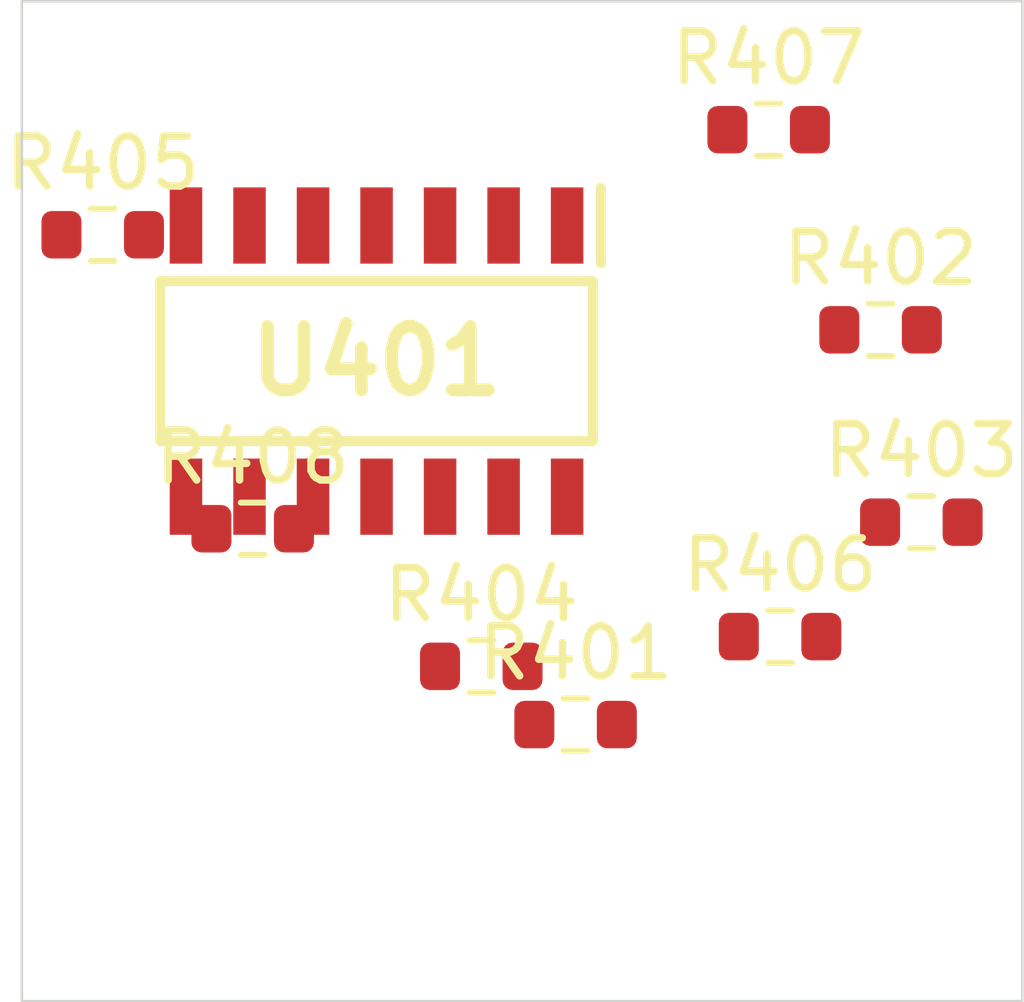
<source format=kicad_pcb>
 ( kicad_pcb  ( version 20171130 )
 ( host pcbnew 5.1.12-84ad8e8a86~92~ubuntu18.04.1 )
 ( general  ( thickness 1.6 )
 ( drawings 4 )
 ( tracks 0 )
 ( zones 0 )
 ( modules 9 )
 ( nets 14 )
)
 ( page A4 )
 ( layers  ( 0 F.Cu signal )
 ( 31 B.Cu signal )
 ( 32 B.Adhes user )
 ( 33 F.Adhes user )
 ( 34 B.Paste user )
 ( 35 F.Paste user )
 ( 36 B.SilkS user )
 ( 37 F.SilkS user )
 ( 38 B.Mask user )
 ( 39 F.Mask user )
 ( 40 Dwgs.User user )
 ( 41 Cmts.User user )
 ( 42 Eco1.User user )
 ( 43 Eco2.User user )
 ( 44 Edge.Cuts user )
 ( 45 Margin user )
 ( 46 B.CrtYd user )
 ( 47 F.CrtYd user )
 ( 48 B.Fab user )
 ( 49 F.Fab user )
)
 ( setup  ( last_trace_width 0.25 )
 ( trace_clearance 0.2 )
 ( zone_clearance 0.508 )
 ( zone_45_only no )
 ( trace_min 0.2 )
 ( via_size 0.8 )
 ( via_drill 0.4 )
 ( via_min_size 0.4 )
 ( via_min_drill 0.3 )
 ( uvia_size 0.3 )
 ( uvia_drill 0.1 )
 ( uvias_allowed no )
 ( uvia_min_size 0.2 )
 ( uvia_min_drill 0.1 )
 ( edge_width 0.05 )
 ( segment_width 0.2 )
 ( pcb_text_width 0.3 )
 ( pcb_text_size 1.5 1.5 )
 ( mod_edge_width 0.12 )
 ( mod_text_size 1 1 )
 ( mod_text_width 0.15 )
 ( pad_size 1.524 1.524 )
 ( pad_drill 0.762 )
 ( pad_to_mask_clearance 0 )
 ( aux_axis_origin 0 0 )
 ( visible_elements FFFFFF7F )
 ( pcbplotparams  ( layerselection 0x010fc_ffffffff )
 ( usegerberextensions false )
 ( usegerberattributes true )
 ( usegerberadvancedattributes true )
 ( creategerberjobfile true )
 ( excludeedgelayer true )
 ( linewidth 0.100000 )
 ( plotframeref false )
 ( viasonmask false )
 ( mode 1 )
 ( useauxorigin false )
 ( hpglpennumber 1 )
 ( hpglpenspeed 20 )
 ( hpglpendiameter 15.000000 )
 ( psnegative false )
 ( psa4output false )
 ( plotreference true )
 ( plotvalue true )
 ( plotinvisibletext false )
 ( padsonsilk false )
 ( subtractmaskfromsilk false )
 ( outputformat 1 )
 ( mirror false )
 ( drillshape 1 )
 ( scaleselection 1 )
 ( outputdirectory "" )
)
)
 ( net 0 "" )
 ( net 1 /Sheet6235D886/vp )
 ( net 2 /Sheet6248AD22/chn0 )
 ( net 3 /Sheet6248AD22/chn1 )
 ( net 4 /Sheet6248AD22/chn2 )
 ( net 5 /Sheet6248AD22/chn3 )
 ( net 6 "Net-(R401-Pad2)" )
 ( net 7 "Net-(R402-Pad2)" )
 ( net 8 "Net-(R403-Pad2)" )
 ( net 9 "Net-(R404-Pad2)" )
 ( net 10 /Sheet6248AD22/chn0_n )
 ( net 11 /Sheet6248AD22/chn1_n )
 ( net 12 /Sheet6248AD22/chn2_n )
 ( net 13 /Sheet6248AD22/chn3_n )
 ( net_class Default "This is the default net class."  ( clearance 0.2 )
 ( trace_width 0.25 )
 ( via_dia 0.8 )
 ( via_drill 0.4 )
 ( uvia_dia 0.3 )
 ( uvia_drill 0.1 )
 ( add_net /Sheet6235D886/vp )
 ( add_net /Sheet6248AD22/chn0 )
 ( add_net /Sheet6248AD22/chn0_n )
 ( add_net /Sheet6248AD22/chn1 )
 ( add_net /Sheet6248AD22/chn1_n )
 ( add_net /Sheet6248AD22/chn2 )
 ( add_net /Sheet6248AD22/chn2_n )
 ( add_net /Sheet6248AD22/chn3 )
 ( add_net /Sheet6248AD22/chn3_n )
 ( add_net "Net-(R401-Pad2)" )
 ( add_net "Net-(R402-Pad2)" )
 ( add_net "Net-(R403-Pad2)" )
 ( add_net "Net-(R404-Pad2)" )
)
 ( module Resistor_SMD:R_0603_1608Metric  ( layer F.Cu )
 ( tedit 5F68FEEE )
 ( tstamp 623425C8 )
 ( at 91.070000 114.468000 )
 ( descr "Resistor SMD 0603 (1608 Metric), square (rectangular) end terminal, IPC_7351 nominal, (Body size source: IPC-SM-782 page 72, https://www.pcb-3d.com/wordpress/wp-content/uploads/ipc-sm-782a_amendment_1_and_2.pdf), generated with kicad-footprint-generator" )
 ( tags resistor )
 ( path /6248AD23/6249ADFD )
 ( attr smd )
 ( fp_text reference R401  ( at 0 -1.43 )
 ( layer F.SilkS )
 ( effects  ( font  ( size 1 1 )
 ( thickness 0.15 )
)
)
)
 ( fp_text value 10M  ( at 0 1.43 )
 ( layer F.Fab )
 ( effects  ( font  ( size 1 1 )
 ( thickness 0.15 )
)
)
)
 ( fp_line  ( start -0.8 0.4125 )
 ( end -0.8 -0.4125 )
 ( layer F.Fab )
 ( width 0.1 )
)
 ( fp_line  ( start -0.8 -0.4125 )
 ( end 0.8 -0.4125 )
 ( layer F.Fab )
 ( width 0.1 )
)
 ( fp_line  ( start 0.8 -0.4125 )
 ( end 0.8 0.4125 )
 ( layer F.Fab )
 ( width 0.1 )
)
 ( fp_line  ( start 0.8 0.4125 )
 ( end -0.8 0.4125 )
 ( layer F.Fab )
 ( width 0.1 )
)
 ( fp_line  ( start -0.237258 -0.5225 )
 ( end 0.237258 -0.5225 )
 ( layer F.SilkS )
 ( width 0.12 )
)
 ( fp_line  ( start -0.237258 0.5225 )
 ( end 0.237258 0.5225 )
 ( layer F.SilkS )
 ( width 0.12 )
)
 ( fp_line  ( start -1.48 0.73 )
 ( end -1.48 -0.73 )
 ( layer F.CrtYd )
 ( width 0.05 )
)
 ( fp_line  ( start -1.48 -0.73 )
 ( end 1.48 -0.73 )
 ( layer F.CrtYd )
 ( width 0.05 )
)
 ( fp_line  ( start 1.48 -0.73 )
 ( end 1.48 0.73 )
 ( layer F.CrtYd )
 ( width 0.05 )
)
 ( fp_line  ( start 1.48 0.73 )
 ( end -1.48 0.73 )
 ( layer F.CrtYd )
 ( width 0.05 )
)
 ( fp_text user %R  ( at 0 0 )
 ( layer F.Fab )
 ( effects  ( font  ( size 0.4 0.4 )
 ( thickness 0.06 )
)
)
)
 ( pad 2 smd roundrect  ( at 0.825 0 )
 ( size 0.8 0.95 )
 ( layers F.Cu F.Mask F.Paste )
 ( roundrect_rratio 0.25 )
 ( net 6 "Net-(R401-Pad2)" )
)
 ( pad 1 smd roundrect  ( at -0.825 0 )
 ( size 0.8 0.95 )
 ( layers F.Cu F.Mask F.Paste )
 ( roundrect_rratio 0.25 )
 ( net 10 /Sheet6248AD22/chn0_n )
)
 ( model ${KISYS3DMOD}/Resistor_SMD.3dshapes/R_0603_1608Metric.wrl  ( at  ( xyz 0 0 0 )
)
 ( scale  ( xyz 1 1 1 )
)
 ( rotate  ( xyz 0 0 0 )
)
)
)
 ( module Resistor_SMD:R_0603_1608Metric  ( layer F.Cu )
 ( tedit 5F68FEEE )
 ( tstamp 623425D9 )
 ( at 97.168000 106.572000 )
 ( descr "Resistor SMD 0603 (1608 Metric), square (rectangular) end terminal, IPC_7351 nominal, (Body size source: IPC-SM-782 page 72, https://www.pcb-3d.com/wordpress/wp-content/uploads/ipc-sm-782a_amendment_1_and_2.pdf), generated with kicad-footprint-generator" )
 ( tags resistor )
 ( path /6248AD23/6249B75E )
 ( attr smd )
 ( fp_text reference R402  ( at 0 -1.43 )
 ( layer F.SilkS )
 ( effects  ( font  ( size 1 1 )
 ( thickness 0.15 )
)
)
)
 ( fp_text value 10M  ( at 0 1.43 )
 ( layer F.Fab )
 ( effects  ( font  ( size 1 1 )
 ( thickness 0.15 )
)
)
)
 ( fp_line  ( start 1.48 0.73 )
 ( end -1.48 0.73 )
 ( layer F.CrtYd )
 ( width 0.05 )
)
 ( fp_line  ( start 1.48 -0.73 )
 ( end 1.48 0.73 )
 ( layer F.CrtYd )
 ( width 0.05 )
)
 ( fp_line  ( start -1.48 -0.73 )
 ( end 1.48 -0.73 )
 ( layer F.CrtYd )
 ( width 0.05 )
)
 ( fp_line  ( start -1.48 0.73 )
 ( end -1.48 -0.73 )
 ( layer F.CrtYd )
 ( width 0.05 )
)
 ( fp_line  ( start -0.237258 0.5225 )
 ( end 0.237258 0.5225 )
 ( layer F.SilkS )
 ( width 0.12 )
)
 ( fp_line  ( start -0.237258 -0.5225 )
 ( end 0.237258 -0.5225 )
 ( layer F.SilkS )
 ( width 0.12 )
)
 ( fp_line  ( start 0.8 0.4125 )
 ( end -0.8 0.4125 )
 ( layer F.Fab )
 ( width 0.1 )
)
 ( fp_line  ( start 0.8 -0.4125 )
 ( end 0.8 0.4125 )
 ( layer F.Fab )
 ( width 0.1 )
)
 ( fp_line  ( start -0.8 -0.4125 )
 ( end 0.8 -0.4125 )
 ( layer F.Fab )
 ( width 0.1 )
)
 ( fp_line  ( start -0.8 0.4125 )
 ( end -0.8 -0.4125 )
 ( layer F.Fab )
 ( width 0.1 )
)
 ( fp_text user %R  ( at 0 0 )
 ( layer F.Fab )
 ( effects  ( font  ( size 0.4 0.4 )
 ( thickness 0.06 )
)
)
)
 ( pad 1 smd roundrect  ( at -0.825 0 )
 ( size 0.8 0.95 )
 ( layers F.Cu F.Mask F.Paste )
 ( roundrect_rratio 0.25 )
 ( net 11 /Sheet6248AD22/chn1_n )
)
 ( pad 2 smd roundrect  ( at 0.825 0 )
 ( size 0.8 0.95 )
 ( layers F.Cu F.Mask F.Paste )
 ( roundrect_rratio 0.25 )
 ( net 7 "Net-(R402-Pad2)" )
)
 ( model ${KISYS3DMOD}/Resistor_SMD.3dshapes/R_0603_1608Metric.wrl  ( at  ( xyz 0 0 0 )
)
 ( scale  ( xyz 1 1 1 )
)
 ( rotate  ( xyz 0 0 0 )
)
)
)
 ( module Resistor_SMD:R_0603_1608Metric  ( layer F.Cu )
 ( tedit 5F68FEEE )
 ( tstamp 623425EA )
 ( at 97.982900 110.420000 )
 ( descr "Resistor SMD 0603 (1608 Metric), square (rectangular) end terminal, IPC_7351 nominal, (Body size source: IPC-SM-782 page 72, https://www.pcb-3d.com/wordpress/wp-content/uploads/ipc-sm-782a_amendment_1_and_2.pdf), generated with kicad-footprint-generator" )
 ( tags resistor )
 ( path /6248AD23/6249FB7A )
 ( attr smd )
 ( fp_text reference R403  ( at 0 -1.43 )
 ( layer F.SilkS )
 ( effects  ( font  ( size 1 1 )
 ( thickness 0.15 )
)
)
)
 ( fp_text value 10M  ( at 0 1.43 )
 ( layer F.Fab )
 ( effects  ( font  ( size 1 1 )
 ( thickness 0.15 )
)
)
)
 ( fp_line  ( start 1.48 0.73 )
 ( end -1.48 0.73 )
 ( layer F.CrtYd )
 ( width 0.05 )
)
 ( fp_line  ( start 1.48 -0.73 )
 ( end 1.48 0.73 )
 ( layer F.CrtYd )
 ( width 0.05 )
)
 ( fp_line  ( start -1.48 -0.73 )
 ( end 1.48 -0.73 )
 ( layer F.CrtYd )
 ( width 0.05 )
)
 ( fp_line  ( start -1.48 0.73 )
 ( end -1.48 -0.73 )
 ( layer F.CrtYd )
 ( width 0.05 )
)
 ( fp_line  ( start -0.237258 0.5225 )
 ( end 0.237258 0.5225 )
 ( layer F.SilkS )
 ( width 0.12 )
)
 ( fp_line  ( start -0.237258 -0.5225 )
 ( end 0.237258 -0.5225 )
 ( layer F.SilkS )
 ( width 0.12 )
)
 ( fp_line  ( start 0.8 0.4125 )
 ( end -0.8 0.4125 )
 ( layer F.Fab )
 ( width 0.1 )
)
 ( fp_line  ( start 0.8 -0.4125 )
 ( end 0.8 0.4125 )
 ( layer F.Fab )
 ( width 0.1 )
)
 ( fp_line  ( start -0.8 -0.4125 )
 ( end 0.8 -0.4125 )
 ( layer F.Fab )
 ( width 0.1 )
)
 ( fp_line  ( start -0.8 0.4125 )
 ( end -0.8 -0.4125 )
 ( layer F.Fab )
 ( width 0.1 )
)
 ( fp_text user %R  ( at 0 0 )
 ( layer F.Fab )
 ( effects  ( font  ( size 0.4 0.4 )
 ( thickness 0.06 )
)
)
)
 ( pad 1 smd roundrect  ( at -0.825 0 )
 ( size 0.8 0.95 )
 ( layers F.Cu F.Mask F.Paste )
 ( roundrect_rratio 0.25 )
 ( net 12 /Sheet6248AD22/chn2_n )
)
 ( pad 2 smd roundrect  ( at 0.825 0 )
 ( size 0.8 0.95 )
 ( layers F.Cu F.Mask F.Paste )
 ( roundrect_rratio 0.25 )
 ( net 8 "Net-(R403-Pad2)" )
)
 ( model ${KISYS3DMOD}/Resistor_SMD.3dshapes/R_0603_1608Metric.wrl  ( at  ( xyz 0 0 0 )
)
 ( scale  ( xyz 1 1 1 )
)
 ( rotate  ( xyz 0 0 0 )
)
)
)
 ( module Resistor_SMD:R_0603_1608Metric  ( layer F.Cu )
 ( tedit 5F68FEEE )
 ( tstamp 623425FB )
 ( at 89.184900 113.303000 )
 ( descr "Resistor SMD 0603 (1608 Metric), square (rectangular) end terminal, IPC_7351 nominal, (Body size source: IPC-SM-782 page 72, https://www.pcb-3d.com/wordpress/wp-content/uploads/ipc-sm-782a_amendment_1_and_2.pdf), generated with kicad-footprint-generator" )
 ( tags resistor )
 ( path /6248AD23/6249FB74 )
 ( attr smd )
 ( fp_text reference R404  ( at 0 -1.43 )
 ( layer F.SilkS )
 ( effects  ( font  ( size 1 1 )
 ( thickness 0.15 )
)
)
)
 ( fp_text value 10M  ( at 0 1.43 )
 ( layer F.Fab )
 ( effects  ( font  ( size 1 1 )
 ( thickness 0.15 )
)
)
)
 ( fp_line  ( start -0.8 0.4125 )
 ( end -0.8 -0.4125 )
 ( layer F.Fab )
 ( width 0.1 )
)
 ( fp_line  ( start -0.8 -0.4125 )
 ( end 0.8 -0.4125 )
 ( layer F.Fab )
 ( width 0.1 )
)
 ( fp_line  ( start 0.8 -0.4125 )
 ( end 0.8 0.4125 )
 ( layer F.Fab )
 ( width 0.1 )
)
 ( fp_line  ( start 0.8 0.4125 )
 ( end -0.8 0.4125 )
 ( layer F.Fab )
 ( width 0.1 )
)
 ( fp_line  ( start -0.237258 -0.5225 )
 ( end 0.237258 -0.5225 )
 ( layer F.SilkS )
 ( width 0.12 )
)
 ( fp_line  ( start -0.237258 0.5225 )
 ( end 0.237258 0.5225 )
 ( layer F.SilkS )
 ( width 0.12 )
)
 ( fp_line  ( start -1.48 0.73 )
 ( end -1.48 -0.73 )
 ( layer F.CrtYd )
 ( width 0.05 )
)
 ( fp_line  ( start -1.48 -0.73 )
 ( end 1.48 -0.73 )
 ( layer F.CrtYd )
 ( width 0.05 )
)
 ( fp_line  ( start 1.48 -0.73 )
 ( end 1.48 0.73 )
 ( layer F.CrtYd )
 ( width 0.05 )
)
 ( fp_line  ( start 1.48 0.73 )
 ( end -1.48 0.73 )
 ( layer F.CrtYd )
 ( width 0.05 )
)
 ( fp_text user %R  ( at 0 0 )
 ( layer F.Fab )
 ( effects  ( font  ( size 0.4 0.4 )
 ( thickness 0.06 )
)
)
)
 ( pad 2 smd roundrect  ( at 0.825 0 )
 ( size 0.8 0.95 )
 ( layers F.Cu F.Mask F.Paste )
 ( roundrect_rratio 0.25 )
 ( net 9 "Net-(R404-Pad2)" )
)
 ( pad 1 smd roundrect  ( at -0.825 0 )
 ( size 0.8 0.95 )
 ( layers F.Cu F.Mask F.Paste )
 ( roundrect_rratio 0.25 )
 ( net 13 /Sheet6248AD22/chn3_n )
)
 ( model ${KISYS3DMOD}/Resistor_SMD.3dshapes/R_0603_1608Metric.wrl  ( at  ( xyz 0 0 0 )
)
 ( scale  ( xyz 1 1 1 )
)
 ( rotate  ( xyz 0 0 0 )
)
)
)
 ( module Resistor_SMD:R_0603_1608Metric  ( layer F.Cu )
 ( tedit 5F68FEEE )
 ( tstamp 6234260C )
 ( at 81.616200 104.671000 )
 ( descr "Resistor SMD 0603 (1608 Metric), square (rectangular) end terminal, IPC_7351 nominal, (Body size source: IPC-SM-782 page 72, https://www.pcb-3d.com/wordpress/wp-content/uploads/ipc-sm-782a_amendment_1_and_2.pdf), generated with kicad-footprint-generator" )
 ( tags resistor )
 ( path /6248AD23/62497F62 )
 ( attr smd )
 ( fp_text reference R405  ( at 0 -1.43 )
 ( layer F.SilkS )
 ( effects  ( font  ( size 1 1 )
 ( thickness 0.15 )
)
)
)
 ( fp_text value 750k  ( at 0 1.43 )
 ( layer F.Fab )
 ( effects  ( font  ( size 1 1 )
 ( thickness 0.15 )
)
)
)
 ( fp_line  ( start -0.8 0.4125 )
 ( end -0.8 -0.4125 )
 ( layer F.Fab )
 ( width 0.1 )
)
 ( fp_line  ( start -0.8 -0.4125 )
 ( end 0.8 -0.4125 )
 ( layer F.Fab )
 ( width 0.1 )
)
 ( fp_line  ( start 0.8 -0.4125 )
 ( end 0.8 0.4125 )
 ( layer F.Fab )
 ( width 0.1 )
)
 ( fp_line  ( start 0.8 0.4125 )
 ( end -0.8 0.4125 )
 ( layer F.Fab )
 ( width 0.1 )
)
 ( fp_line  ( start -0.237258 -0.5225 )
 ( end 0.237258 -0.5225 )
 ( layer F.SilkS )
 ( width 0.12 )
)
 ( fp_line  ( start -0.237258 0.5225 )
 ( end 0.237258 0.5225 )
 ( layer F.SilkS )
 ( width 0.12 )
)
 ( fp_line  ( start -1.48 0.73 )
 ( end -1.48 -0.73 )
 ( layer F.CrtYd )
 ( width 0.05 )
)
 ( fp_line  ( start -1.48 -0.73 )
 ( end 1.48 -0.73 )
 ( layer F.CrtYd )
 ( width 0.05 )
)
 ( fp_line  ( start 1.48 -0.73 )
 ( end 1.48 0.73 )
 ( layer F.CrtYd )
 ( width 0.05 )
)
 ( fp_line  ( start 1.48 0.73 )
 ( end -1.48 0.73 )
 ( layer F.CrtYd )
 ( width 0.05 )
)
 ( fp_text user %R  ( at 0 0 )
 ( layer F.Fab )
 ( effects  ( font  ( size 0.4 0.4 )
 ( thickness 0.06 )
)
)
)
 ( pad 2 smd roundrect  ( at 0.825 0 )
 ( size 0.8 0.95 )
 ( layers F.Cu F.Mask F.Paste )
 ( roundrect_rratio 0.25 )
 ( net 6 "Net-(R401-Pad2)" )
)
 ( pad 1 smd roundrect  ( at -0.825 0 )
 ( size 0.8 0.95 )
 ( layers F.Cu F.Mask F.Paste )
 ( roundrect_rratio 0.25 )
 ( net 1 /Sheet6235D886/vp )
)
 ( model ${KISYS3DMOD}/Resistor_SMD.3dshapes/R_0603_1608Metric.wrl  ( at  ( xyz 0 0 0 )
)
 ( scale  ( xyz 1 1 1 )
)
 ( rotate  ( xyz 0 0 0 )
)
)
)
 ( module Resistor_SMD:R_0603_1608Metric  ( layer F.Cu )
 ( tedit 5F68FEEE )
 ( tstamp 6234261D )
 ( at 95.158400 112.709000 )
 ( descr "Resistor SMD 0603 (1608 Metric), square (rectangular) end terminal, IPC_7351 nominal, (Body size source: IPC-SM-782 page 72, https://www.pcb-3d.com/wordpress/wp-content/uploads/ipc-sm-782a_amendment_1_and_2.pdf), generated with kicad-footprint-generator" )
 ( tags resistor )
 ( path /6248AD23/62499098 )
 ( attr smd )
 ( fp_text reference R406  ( at 0 -1.43 )
 ( layer F.SilkS )
 ( effects  ( font  ( size 1 1 )
 ( thickness 0.15 )
)
)
)
 ( fp_text value 750k  ( at 0 1.43 )
 ( layer F.Fab )
 ( effects  ( font  ( size 1 1 )
 ( thickness 0.15 )
)
)
)
 ( fp_line  ( start 1.48 0.73 )
 ( end -1.48 0.73 )
 ( layer F.CrtYd )
 ( width 0.05 )
)
 ( fp_line  ( start 1.48 -0.73 )
 ( end 1.48 0.73 )
 ( layer F.CrtYd )
 ( width 0.05 )
)
 ( fp_line  ( start -1.48 -0.73 )
 ( end 1.48 -0.73 )
 ( layer F.CrtYd )
 ( width 0.05 )
)
 ( fp_line  ( start -1.48 0.73 )
 ( end -1.48 -0.73 )
 ( layer F.CrtYd )
 ( width 0.05 )
)
 ( fp_line  ( start -0.237258 0.5225 )
 ( end 0.237258 0.5225 )
 ( layer F.SilkS )
 ( width 0.12 )
)
 ( fp_line  ( start -0.237258 -0.5225 )
 ( end 0.237258 -0.5225 )
 ( layer F.SilkS )
 ( width 0.12 )
)
 ( fp_line  ( start 0.8 0.4125 )
 ( end -0.8 0.4125 )
 ( layer F.Fab )
 ( width 0.1 )
)
 ( fp_line  ( start 0.8 -0.4125 )
 ( end 0.8 0.4125 )
 ( layer F.Fab )
 ( width 0.1 )
)
 ( fp_line  ( start -0.8 -0.4125 )
 ( end 0.8 -0.4125 )
 ( layer F.Fab )
 ( width 0.1 )
)
 ( fp_line  ( start -0.8 0.4125 )
 ( end -0.8 -0.4125 )
 ( layer F.Fab )
 ( width 0.1 )
)
 ( fp_text user %R  ( at 0 0 )
 ( layer F.Fab )
 ( effects  ( font  ( size 0.4 0.4 )
 ( thickness 0.06 )
)
)
)
 ( pad 1 smd roundrect  ( at -0.825 0 )
 ( size 0.8 0.95 )
 ( layers F.Cu F.Mask F.Paste )
 ( roundrect_rratio 0.25 )
 ( net 1 /Sheet6235D886/vp )
)
 ( pad 2 smd roundrect  ( at 0.825 0 )
 ( size 0.8 0.95 )
 ( layers F.Cu F.Mask F.Paste )
 ( roundrect_rratio 0.25 )
 ( net 7 "Net-(R402-Pad2)" )
)
 ( model ${KISYS3DMOD}/Resistor_SMD.3dshapes/R_0603_1608Metric.wrl  ( at  ( xyz 0 0 0 )
)
 ( scale  ( xyz 1 1 1 )
)
 ( rotate  ( xyz 0 0 0 )
)
)
)
 ( module Resistor_SMD:R_0603_1608Metric  ( layer F.Cu )
 ( tedit 5F68FEEE )
 ( tstamp 6234262E )
 ( at 94.930400 102.569000 )
 ( descr "Resistor SMD 0603 (1608 Metric), square (rectangular) end terminal, IPC_7351 nominal, (Body size source: IPC-SM-782 page 72, https://www.pcb-3d.com/wordpress/wp-content/uploads/ipc-sm-782a_amendment_1_and_2.pdf), generated with kicad-footprint-generator" )
 ( tags resistor )
 ( path /6248AD23/624A0FFB )
 ( attr smd )
 ( fp_text reference R407  ( at 0 -1.43 )
 ( layer F.SilkS )
 ( effects  ( font  ( size 1 1 )
 ( thickness 0.15 )
)
)
)
 ( fp_text value 1.5M  ( at 0 1.43 )
 ( layer F.Fab )
 ( effects  ( font  ( size 1 1 )
 ( thickness 0.15 )
)
)
)
 ( fp_line  ( start 1.48 0.73 )
 ( end -1.48 0.73 )
 ( layer F.CrtYd )
 ( width 0.05 )
)
 ( fp_line  ( start 1.48 -0.73 )
 ( end 1.48 0.73 )
 ( layer F.CrtYd )
 ( width 0.05 )
)
 ( fp_line  ( start -1.48 -0.73 )
 ( end 1.48 -0.73 )
 ( layer F.CrtYd )
 ( width 0.05 )
)
 ( fp_line  ( start -1.48 0.73 )
 ( end -1.48 -0.73 )
 ( layer F.CrtYd )
 ( width 0.05 )
)
 ( fp_line  ( start -0.237258 0.5225 )
 ( end 0.237258 0.5225 )
 ( layer F.SilkS )
 ( width 0.12 )
)
 ( fp_line  ( start -0.237258 -0.5225 )
 ( end 0.237258 -0.5225 )
 ( layer F.SilkS )
 ( width 0.12 )
)
 ( fp_line  ( start 0.8 0.4125 )
 ( end -0.8 0.4125 )
 ( layer F.Fab )
 ( width 0.1 )
)
 ( fp_line  ( start 0.8 -0.4125 )
 ( end 0.8 0.4125 )
 ( layer F.Fab )
 ( width 0.1 )
)
 ( fp_line  ( start -0.8 -0.4125 )
 ( end 0.8 -0.4125 )
 ( layer F.Fab )
 ( width 0.1 )
)
 ( fp_line  ( start -0.8 0.4125 )
 ( end -0.8 -0.4125 )
 ( layer F.Fab )
 ( width 0.1 )
)
 ( fp_text user %R  ( at 0 0 )
 ( layer F.Fab )
 ( effects  ( font  ( size 0.4 0.4 )
 ( thickness 0.06 )
)
)
)
 ( pad 1 smd roundrect  ( at -0.825 0 )
 ( size 0.8 0.95 )
 ( layers F.Cu F.Mask F.Paste )
 ( roundrect_rratio 0.25 )
 ( net 1 /Sheet6235D886/vp )
)
 ( pad 2 smd roundrect  ( at 0.825 0 )
 ( size 0.8 0.95 )
 ( layers F.Cu F.Mask F.Paste )
 ( roundrect_rratio 0.25 )
 ( net 8 "Net-(R403-Pad2)" )
)
 ( model ${KISYS3DMOD}/Resistor_SMD.3dshapes/R_0603_1608Metric.wrl  ( at  ( xyz 0 0 0 )
)
 ( scale  ( xyz 1 1 1 )
)
 ( rotate  ( xyz 0 0 0 )
)
)
)
 ( module Resistor_SMD:R_0603_1608Metric  ( layer F.Cu )
 ( tedit 5F68FEEE )
 ( tstamp 6234263F )
 ( at 84.614300 110.551000 )
 ( descr "Resistor SMD 0603 (1608 Metric), square (rectangular) end terminal, IPC_7351 nominal, (Body size source: IPC-SM-782 page 72, https://www.pcb-3d.com/wordpress/wp-content/uploads/ipc-sm-782a_amendment_1_and_2.pdf), generated with kicad-footprint-generator" )
 ( tags resistor )
 ( path /6248AD23/624A093C )
 ( attr smd )
 ( fp_text reference R408  ( at 0 -1.43 )
 ( layer F.SilkS )
 ( effects  ( font  ( size 1 1 )
 ( thickness 0.15 )
)
)
)
 ( fp_text value 1.5M  ( at 0 1.43 )
 ( layer F.Fab )
 ( effects  ( font  ( size 1 1 )
 ( thickness 0.15 )
)
)
)
 ( fp_line  ( start -0.8 0.4125 )
 ( end -0.8 -0.4125 )
 ( layer F.Fab )
 ( width 0.1 )
)
 ( fp_line  ( start -0.8 -0.4125 )
 ( end 0.8 -0.4125 )
 ( layer F.Fab )
 ( width 0.1 )
)
 ( fp_line  ( start 0.8 -0.4125 )
 ( end 0.8 0.4125 )
 ( layer F.Fab )
 ( width 0.1 )
)
 ( fp_line  ( start 0.8 0.4125 )
 ( end -0.8 0.4125 )
 ( layer F.Fab )
 ( width 0.1 )
)
 ( fp_line  ( start -0.237258 -0.5225 )
 ( end 0.237258 -0.5225 )
 ( layer F.SilkS )
 ( width 0.12 )
)
 ( fp_line  ( start -0.237258 0.5225 )
 ( end 0.237258 0.5225 )
 ( layer F.SilkS )
 ( width 0.12 )
)
 ( fp_line  ( start -1.48 0.73 )
 ( end -1.48 -0.73 )
 ( layer F.CrtYd )
 ( width 0.05 )
)
 ( fp_line  ( start -1.48 -0.73 )
 ( end 1.48 -0.73 )
 ( layer F.CrtYd )
 ( width 0.05 )
)
 ( fp_line  ( start 1.48 -0.73 )
 ( end 1.48 0.73 )
 ( layer F.CrtYd )
 ( width 0.05 )
)
 ( fp_line  ( start 1.48 0.73 )
 ( end -1.48 0.73 )
 ( layer F.CrtYd )
 ( width 0.05 )
)
 ( fp_text user %R  ( at 0 0 )
 ( layer F.Fab )
 ( effects  ( font  ( size 0.4 0.4 )
 ( thickness 0.06 )
)
)
)
 ( pad 2 smd roundrect  ( at 0.825 0 )
 ( size 0.8 0.95 )
 ( layers F.Cu F.Mask F.Paste )
 ( roundrect_rratio 0.25 )
 ( net 9 "Net-(R404-Pad2)" )
)
 ( pad 1 smd roundrect  ( at -0.825 0 )
 ( size 0.8 0.95 )
 ( layers F.Cu F.Mask F.Paste )
 ( roundrect_rratio 0.25 )
 ( net 1 /Sheet6235D886/vp )
)
 ( model ${KISYS3DMOD}/Resistor_SMD.3dshapes/R_0603_1608Metric.wrl  ( at  ( xyz 0 0 0 )
)
 ( scale  ( xyz 1 1 1 )
)
 ( rotate  ( xyz 0 0 0 )
)
)
)
 ( module TL074HIDR:SOIC127P600X175-14N locked  ( layer F.Cu )
 ( tedit 62336F37 )
 ( tstamp 62342709 )
 ( at 87.091000 107.198000 270.000000 )
 ( descr "D (-R-PDSO-G14)" )
 ( tags "Integrated Circuit" )
 ( path /6248AD23/624976B2 )
 ( attr smd )
 ( fp_text reference U401  ( at 0 0 )
 ( layer F.SilkS )
 ( effects  ( font  ( size 1.27 1.27 )
 ( thickness 0.254 )
)
)
)
 ( fp_text value TL074  ( at 0 0 )
 ( layer F.SilkS )
hide  ( effects  ( font  ( size 1.27 1.27 )
 ( thickness 0.254 )
)
)
)
 ( fp_line  ( start -3.725 -4.625 )
 ( end 3.725 -4.625 )
 ( layer Dwgs.User )
 ( width 0.05 )
)
 ( fp_line  ( start 3.725 -4.625 )
 ( end 3.725 4.625 )
 ( layer Dwgs.User )
 ( width 0.05 )
)
 ( fp_line  ( start 3.725 4.625 )
 ( end -3.725 4.625 )
 ( layer Dwgs.User )
 ( width 0.05 )
)
 ( fp_line  ( start -3.725 4.625 )
 ( end -3.725 -4.625 )
 ( layer Dwgs.User )
 ( width 0.05 )
)
 ( fp_line  ( start -1.95 -4.325 )
 ( end 1.95 -4.325 )
 ( layer Dwgs.User )
 ( width 0.1 )
)
 ( fp_line  ( start 1.95 -4.325 )
 ( end 1.95 4.325 )
 ( layer Dwgs.User )
 ( width 0.1 )
)
 ( fp_line  ( start 1.95 4.325 )
 ( end -1.95 4.325 )
 ( layer Dwgs.User )
 ( width 0.1 )
)
 ( fp_line  ( start -1.95 4.325 )
 ( end -1.95 -4.325 )
 ( layer Dwgs.User )
 ( width 0.1 )
)
 ( fp_line  ( start -1.95 -3.055 )
 ( end -0.68 -4.325 )
 ( layer Dwgs.User )
 ( width 0.1 )
)
 ( fp_line  ( start -1.6 -4.325 )
 ( end 1.6 -4.325 )
 ( layer F.SilkS )
 ( width 0.2 )
)
 ( fp_line  ( start 1.6 -4.325 )
 ( end 1.6 4.325 )
 ( layer F.SilkS )
 ( width 0.2 )
)
 ( fp_line  ( start 1.6 4.325 )
 ( end -1.6 4.325 )
 ( layer F.SilkS )
 ( width 0.2 )
)
 ( fp_line  ( start -1.6 4.325 )
 ( end -1.6 -4.325 )
 ( layer F.SilkS )
 ( width 0.2 )
)
 ( fp_line  ( start -3.475 -4.485 )
 ( end -1.95 -4.485 )
 ( layer F.SilkS )
 ( width 0.2 )
)
 ( pad 1 smd rect  ( at -2.712 -3.81 )
 ( size 0.65 1.525 )
 ( layers F.Cu F.Mask F.Paste )
 ( net 2 /Sheet6248AD22/chn0 )
)
 ( pad 2 smd rect  ( at -2.712 -2.54 )
 ( size 0.65 1.525 )
 ( layers F.Cu F.Mask F.Paste )
 ( net 2 /Sheet6248AD22/chn0 )
)
 ( pad 3 smd rect  ( at -2.712 -1.27 )
 ( size 0.65 1.525 )
 ( layers F.Cu F.Mask F.Paste )
 ( net 6 "Net-(R401-Pad2)" )
)
 ( pad 4 smd rect  ( at -2.712 0 )
 ( size 0.65 1.525 )
 ( layers F.Cu F.Mask F.Paste )
)
 ( pad 5 smd rect  ( at -2.712 1.27 )
 ( size 0.65 1.525 )
 ( layers F.Cu F.Mask F.Paste )
 ( net 7 "Net-(R402-Pad2)" )
)
 ( pad 6 smd rect  ( at -2.712 2.54 )
 ( size 0.65 1.525 )
 ( layers F.Cu F.Mask F.Paste )
 ( net 3 /Sheet6248AD22/chn1 )
)
 ( pad 7 smd rect  ( at -2.712 3.81 )
 ( size 0.65 1.525 )
 ( layers F.Cu F.Mask F.Paste )
 ( net 3 /Sheet6248AD22/chn1 )
)
 ( pad 8 smd rect  ( at 2.712 3.81 )
 ( size 0.65 1.525 )
 ( layers F.Cu F.Mask F.Paste )
 ( net 4 /Sheet6248AD22/chn2 )
)
 ( pad 9 smd rect  ( at 2.712 2.54 )
 ( size 0.65 1.525 )
 ( layers F.Cu F.Mask F.Paste )
 ( net 4 /Sheet6248AD22/chn2 )
)
 ( pad 10 smd rect  ( at 2.712 1.27 )
 ( size 0.65 1.525 )
 ( layers F.Cu F.Mask F.Paste )
 ( net 8 "Net-(R403-Pad2)" )
)
 ( pad 11 smd rect  ( at 2.712 0 )
 ( size 0.65 1.525 )
 ( layers F.Cu F.Mask F.Paste )
)
 ( pad 12 smd rect  ( at 2.712 -1.27 )
 ( size 0.65 1.525 )
 ( layers F.Cu F.Mask F.Paste )
 ( net 9 "Net-(R404-Pad2)" )
)
 ( pad 13 smd rect  ( at 2.712 -2.54 )
 ( size 0.65 1.525 )
 ( layers F.Cu F.Mask F.Paste )
 ( net 5 /Sheet6248AD22/chn3 )
)
 ( pad 14 smd rect  ( at 2.712 -3.81 )
 ( size 0.65 1.525 )
 ( layers F.Cu F.Mask F.Paste )
 ( net 5 /Sheet6248AD22/chn3 )
)
)
 ( gr_line  ( start 100 100 )
 ( end 100 120 )
 ( layer Edge.Cuts )
 ( width 0.05 )
 ( tstamp 62E76D2A )
)
 ( gr_line  ( start 80 120 )
 ( end 100 120 )
 ( layer Edge.Cuts )
 ( width 0.05 )
 ( tstamp 62E76D27 )
)
 ( gr_line  ( start 80 100 )
 ( end 80 120 )
 ( layer Edge.Cuts )
 ( width 0.05 )
 ( tstamp 6234110C )
)
 ( gr_line  ( start 80 100 )
 ( end 100 100 )
 ( layer Edge.Cuts )
 ( width 0.05 )
)
)

</source>
